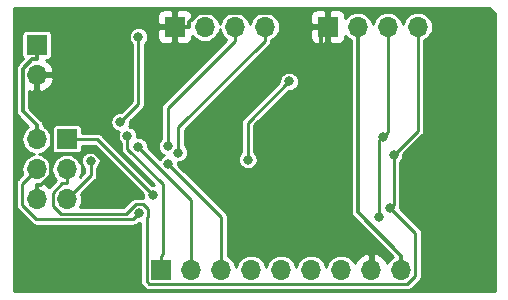
<source format=gbl>
G04 #@! TF.GenerationSoftware,KiCad,Pcbnew,(5.1.4)-1*
G04 #@! TF.CreationDate,2019-10-15T21:25:22-05:00*
G04 #@! TF.ProjectId,BACEE,42414345-452e-46b6-9963-61645f706362,1*
G04 #@! TF.SameCoordinates,Original*
G04 #@! TF.FileFunction,Copper,L2,Bot*
G04 #@! TF.FilePolarity,Positive*
%FSLAX46Y46*%
G04 Gerber Fmt 4.6, Leading zero omitted, Abs format (unit mm)*
G04 Created by KiCad (PCBNEW (5.1.4)-1) date 2019-10-15 21:25:22*
%MOMM*%
%LPD*%
G04 APERTURE LIST*
%ADD10R,1.700000X1.700000*%
%ADD11O,1.700000X1.700000*%
%ADD12C,1.000000*%
%ADD13C,0.800000*%
%ADD14C,0.300000*%
%ADD15C,0.250000*%
%ADD16C,0.254000*%
G04 APERTURE END LIST*
D10*
X73533000Y-77724000D03*
D11*
X73533000Y-80264000D03*
D10*
X84074000Y-96774000D03*
D11*
X86614000Y-96774000D03*
X89154000Y-96774000D03*
X91694000Y-96774000D03*
X94234000Y-96774000D03*
X96774000Y-96774000D03*
X99314000Y-96774000D03*
X101854000Y-96774000D03*
X104394000Y-96774000D03*
D10*
X85217000Y-76200000D03*
D11*
X87757000Y-76200000D03*
X90297000Y-76200000D03*
X92837000Y-76200000D03*
D10*
X76073000Y-85725000D03*
D11*
X73533000Y-85725000D03*
X76073000Y-88265000D03*
X73533000Y-88265000D03*
X76073000Y-90805000D03*
X73533000Y-90805000D03*
X105791000Y-76200000D03*
X103251000Y-76200000D03*
X100711000Y-76200000D03*
D10*
X98171000Y-76200000D03*
D12*
X79287300Y-87719800D03*
D13*
X103745700Y-87035200D03*
X103466100Y-91535700D03*
X81212300Y-85450300D03*
X82115300Y-86354000D03*
X84666500Y-87829800D03*
X84616800Y-86317000D03*
X85527400Y-86847500D03*
X83374000Y-90427100D03*
X82222000Y-91945600D03*
X78107900Y-87524000D03*
X82148800Y-77050000D03*
X80605000Y-84260200D03*
X102513100Y-92272700D03*
X102813500Y-85506300D03*
X94900100Y-80824800D03*
X91411000Y-87440300D03*
D14*
X104394000Y-96774000D02*
X104394000Y-95573700D01*
X100711000Y-76200000D02*
X100711000Y-91890700D01*
X100711000Y-91890700D02*
X104394000Y-95573700D01*
X73533000Y-77724000D02*
X73533000Y-78924300D01*
X73533000Y-85725000D02*
X73533000Y-84524700D01*
X73533000Y-84524700D02*
X72332700Y-83324400D01*
X72332700Y-83324400D02*
X72332700Y-79749400D01*
X72332700Y-79749400D02*
X73157800Y-78924300D01*
X73157800Y-78924300D02*
X73533000Y-78924300D01*
X101854000Y-96774000D02*
X101854000Y-95573700D01*
X97570900Y-76200000D02*
X97570900Y-91290600D01*
X97570900Y-91290600D02*
X101854000Y-95573700D01*
X97570900Y-76200000D02*
X96970700Y-76200000D01*
X98171000Y-76200000D02*
X97570900Y-76200000D01*
X79287300Y-87719800D02*
X79287300Y-87642300D01*
X79287300Y-87642300D02*
X78418700Y-86773700D01*
X78418700Y-86773700D02*
X77797200Y-86773700D01*
X77797200Y-86773700D02*
X77618900Y-86952000D01*
X77618900Y-86952000D02*
X74872800Y-86952000D01*
X96970700Y-76200000D02*
X95770400Y-74999700D01*
X95770400Y-74999700D02*
X87242400Y-74999700D01*
X87242400Y-74999700D02*
X86417300Y-75824800D01*
X86417300Y-75824800D02*
X86417300Y-76200000D01*
X85217000Y-76200000D02*
X86417300Y-76200000D01*
X74872600Y-82614600D02*
X81287200Y-76200000D01*
X81287200Y-76200000D02*
X84016700Y-76200000D01*
X74872800Y-86952000D02*
X74872600Y-86951800D01*
X74872600Y-86951800D02*
X74872600Y-82614600D01*
X74872600Y-82614600D02*
X74683300Y-82614600D01*
X74683300Y-82614600D02*
X73533000Y-81464300D01*
X85217000Y-76200000D02*
X84016700Y-76200000D01*
X73533000Y-80264000D02*
X73533000Y-81464300D01*
X74872800Y-86952000D02*
X74775200Y-87049600D01*
X74775200Y-87049600D02*
X74775200Y-88737600D01*
X74775200Y-88737600D02*
X73908100Y-89604700D01*
X73908100Y-89604700D02*
X73533000Y-89604700D01*
X73533000Y-90805000D02*
X73533000Y-89604700D01*
D15*
X76073000Y-89440300D02*
X75705600Y-89440300D01*
X75705600Y-89440300D02*
X74897700Y-90248200D01*
X74897700Y-90248200D02*
X74897700Y-91354100D01*
X74897700Y-91354100D02*
X75576400Y-92032800D01*
X75576400Y-92032800D02*
X81109100Y-92032800D01*
X81109100Y-92032800D02*
X81921600Y-91220300D01*
X81921600Y-91220300D02*
X82562200Y-91220300D01*
X82562200Y-91220300D02*
X82963900Y-91622000D01*
X82963900Y-91622000D02*
X82963900Y-92229600D01*
X82963900Y-92229600D02*
X82835000Y-92358500D01*
X82835000Y-92358500D02*
X82835000Y-97738900D01*
X82835000Y-97738900D02*
X83045500Y-97949400D01*
X83045500Y-97949400D02*
X104891700Y-97949400D01*
X104891700Y-97949400D02*
X105571700Y-97269400D01*
X105571700Y-97269400D02*
X105571700Y-93641300D01*
X105571700Y-93641300D02*
X103466100Y-91535700D01*
X103466100Y-91535700D02*
X103745700Y-91256100D01*
X103745700Y-91256100D02*
X103745700Y-87035200D01*
X103745700Y-87035200D02*
X105791000Y-84989900D01*
X105791000Y-84989900D02*
X105791000Y-76200000D01*
X76073000Y-88265000D02*
X76073000Y-89440300D01*
X84074000Y-96774000D02*
X84074000Y-95598700D01*
X81212300Y-85450300D02*
X81212300Y-86524500D01*
X81212300Y-86524500D02*
X84240700Y-89552900D01*
X84240700Y-89552900D02*
X84240700Y-95432000D01*
X84240700Y-95432000D02*
X84074000Y-95598700D01*
X82115300Y-86354000D02*
X86614000Y-90852700D01*
X86614000Y-90852700D02*
X86614000Y-95598700D01*
X86614000Y-96774000D02*
X86614000Y-95598700D01*
X89154000Y-96774000D02*
X89154000Y-92317300D01*
X89154000Y-92317300D02*
X84666500Y-87829800D01*
X90297000Y-77375300D02*
X84616800Y-83055500D01*
X84616800Y-83055500D02*
X84616800Y-86317000D01*
X90297000Y-76200000D02*
X90297000Y-77375300D01*
X92837000Y-76200000D02*
X92837000Y-77375300D01*
X85527400Y-86847500D02*
X85527400Y-84684900D01*
X85527400Y-84684900D02*
X92837000Y-77375300D01*
X83374000Y-90427100D02*
X78671900Y-85725000D01*
X78671900Y-85725000D02*
X76073000Y-85725000D01*
X73533000Y-88265000D02*
X72323100Y-89474900D01*
X72323100Y-89474900D02*
X72323100Y-91294100D01*
X72323100Y-91294100D02*
X73512200Y-92483200D01*
X73512200Y-92483200D02*
X81684400Y-92483200D01*
X81684400Y-92483200D02*
X82222000Y-91945600D01*
X82148800Y-77050000D02*
X82148800Y-82716400D01*
X82148800Y-82716400D02*
X80605000Y-84260200D01*
X78107900Y-87524000D02*
X78107900Y-88770100D01*
X78107900Y-88770100D02*
X76073000Y-90805000D01*
X102813500Y-85506300D02*
X102513100Y-85806700D01*
X102513100Y-85806700D02*
X102513100Y-92272700D01*
X103251000Y-76200000D02*
X103251000Y-85068800D01*
X103251000Y-85068800D02*
X102813500Y-85506300D01*
X91411000Y-87440300D02*
X91411000Y-84313900D01*
X91411000Y-84313900D02*
X94900100Y-80824800D01*
D16*
G36*
X112316001Y-75041811D02*
G01*
X112316000Y-98529497D01*
X112312921Y-98560896D01*
X112310337Y-98569454D01*
X112306144Y-98577341D01*
X112300494Y-98584268D01*
X112293609Y-98589964D01*
X112285747Y-98594215D01*
X112277206Y-98596859D01*
X112247322Y-98600000D01*
X71650503Y-98600000D01*
X71619104Y-98596921D01*
X71610546Y-98594337D01*
X71602659Y-98590144D01*
X71595732Y-98584494D01*
X71590036Y-98577609D01*
X71585785Y-98569747D01*
X71583141Y-98561206D01*
X71580000Y-98531322D01*
X71580000Y-79749400D01*
X71744870Y-79749400D01*
X71747701Y-79778143D01*
X71747700Y-83295667D01*
X71744870Y-83324400D01*
X71754798Y-83425200D01*
X71756165Y-83439079D01*
X71789616Y-83549352D01*
X71843937Y-83650980D01*
X71917041Y-83740059D01*
X71939369Y-83758383D01*
X72826547Y-84645561D01*
X72815638Y-84651392D01*
X72619972Y-84811972D01*
X72459392Y-85007638D01*
X72340071Y-85230873D01*
X72266593Y-85473096D01*
X72241783Y-85725000D01*
X72266593Y-85976904D01*
X72340071Y-86219127D01*
X72459392Y-86442362D01*
X72619972Y-86638028D01*
X72815638Y-86798608D01*
X73038873Y-86917929D01*
X73281096Y-86991407D01*
X73317577Y-86995000D01*
X73281096Y-86998593D01*
X73038873Y-87072071D01*
X72815638Y-87191392D01*
X72619972Y-87351972D01*
X72459392Y-87547638D01*
X72340071Y-87770873D01*
X72266593Y-88013096D01*
X72241783Y-88265000D01*
X72266593Y-88516904D01*
X72318389Y-88687652D01*
X71946569Y-89059472D01*
X71925205Y-89077005D01*
X71907672Y-89098369D01*
X71907671Y-89098370D01*
X71861192Y-89155005D01*
X71855225Y-89162276D01*
X71803225Y-89259562D01*
X71771203Y-89365122D01*
X71763100Y-89447395D01*
X71763100Y-89447404D01*
X71760392Y-89474900D01*
X71763100Y-89502396D01*
X71763101Y-91266595D01*
X71760392Y-91294100D01*
X71763101Y-91321606D01*
X71765663Y-91347616D01*
X71771204Y-91403879D01*
X71803226Y-91509439D01*
X71855225Y-91606724D01*
X71907671Y-91670630D01*
X71907678Y-91670637D01*
X71925206Y-91691995D01*
X71946564Y-91709523D01*
X73096777Y-92859737D01*
X73114305Y-92881095D01*
X73135663Y-92898623D01*
X73135669Y-92898629D01*
X73199575Y-92951075D01*
X73251575Y-92978869D01*
X73296861Y-93003075D01*
X73402421Y-93035097D01*
X73484694Y-93043200D01*
X73484706Y-93043200D01*
X73512199Y-93045908D01*
X73539692Y-93043200D01*
X81656904Y-93043200D01*
X81684400Y-93045908D01*
X81711896Y-93043200D01*
X81711906Y-93043200D01*
X81794179Y-93035097D01*
X81899739Y-93003075D01*
X81997024Y-92951075D01*
X82082295Y-92881095D01*
X82099827Y-92859732D01*
X82178959Y-92780600D01*
X82275000Y-92780600D01*
X82275001Y-97711394D01*
X82272292Y-97738900D01*
X82283104Y-97848679D01*
X82315126Y-97954239D01*
X82367125Y-98051524D01*
X82419571Y-98115430D01*
X82419578Y-98115437D01*
X82437106Y-98136795D01*
X82458464Y-98154323D01*
X82630072Y-98325931D01*
X82647605Y-98347295D01*
X82668969Y-98364828D01*
X82668970Y-98364829D01*
X82682147Y-98375643D01*
X82732876Y-98417275D01*
X82830161Y-98469275D01*
X82935721Y-98501297D01*
X83017994Y-98509400D01*
X83018004Y-98509400D01*
X83045500Y-98512108D01*
X83072996Y-98509400D01*
X104864204Y-98509400D01*
X104891700Y-98512108D01*
X104919196Y-98509400D01*
X104919206Y-98509400D01*
X105001479Y-98501297D01*
X105107039Y-98469275D01*
X105204324Y-98417275D01*
X105255053Y-98375643D01*
X105268230Y-98364829D01*
X105268231Y-98364828D01*
X105289595Y-98347295D01*
X105307128Y-98325932D01*
X105948237Y-97684823D01*
X105969595Y-97667295D01*
X105987123Y-97645937D01*
X105987129Y-97645931D01*
X106039575Y-97582025D01*
X106091574Y-97484740D01*
X106091575Y-97484739D01*
X106123597Y-97379179D01*
X106131700Y-97296906D01*
X106131700Y-97296894D01*
X106134408Y-97269401D01*
X106131700Y-97241908D01*
X106131700Y-93668795D01*
X106134408Y-93641299D01*
X106131700Y-93613803D01*
X106131700Y-93613794D01*
X106123597Y-93531521D01*
X106091575Y-93425961D01*
X106067369Y-93380675D01*
X106039575Y-93328675D01*
X105987129Y-93264769D01*
X105987123Y-93264763D01*
X105969595Y-93243405D01*
X105948237Y-93225877D01*
X104301100Y-91578741D01*
X104301100Y-91453460D01*
X104289191Y-91393590D01*
X104297597Y-91365879D01*
X104305700Y-91283606D01*
X104305700Y-91283597D01*
X104308408Y-91256101D01*
X104305700Y-91228605D01*
X104305700Y-87656068D01*
X104394287Y-87567481D01*
X104485667Y-87430721D01*
X104548611Y-87278760D01*
X104580700Y-87117440D01*
X104580700Y-86992159D01*
X106167537Y-85405323D01*
X106188895Y-85387795D01*
X106206423Y-85366437D01*
X106206429Y-85366431D01*
X106258875Y-85302525D01*
X106297173Y-85230873D01*
X106310875Y-85205239D01*
X106342897Y-85099679D01*
X106351000Y-85017406D01*
X106351000Y-85017396D01*
X106353708Y-84989900D01*
X106351000Y-84962404D01*
X106351000Y-77357719D01*
X106508362Y-77273608D01*
X106704028Y-77113028D01*
X106864608Y-76917362D01*
X106983929Y-76694127D01*
X107057407Y-76451904D01*
X107082217Y-76200000D01*
X107057407Y-75948096D01*
X106983929Y-75705873D01*
X106864608Y-75482638D01*
X106704028Y-75286972D01*
X106508362Y-75126392D01*
X106285127Y-75007071D01*
X106042904Y-74933593D01*
X105854123Y-74915000D01*
X105727877Y-74915000D01*
X105539096Y-74933593D01*
X105296873Y-75007071D01*
X105073638Y-75126392D01*
X104877972Y-75286972D01*
X104717392Y-75482638D01*
X104598071Y-75705873D01*
X104524593Y-75948096D01*
X104521000Y-75984577D01*
X104517407Y-75948096D01*
X104443929Y-75705873D01*
X104324608Y-75482638D01*
X104164028Y-75286972D01*
X103968362Y-75126392D01*
X103745127Y-75007071D01*
X103502904Y-74933593D01*
X103314123Y-74915000D01*
X103187877Y-74915000D01*
X102999096Y-74933593D01*
X102756873Y-75007071D01*
X102533638Y-75126392D01*
X102337972Y-75286972D01*
X102177392Y-75482638D01*
X102058071Y-75705873D01*
X101984593Y-75948096D01*
X101981000Y-75984577D01*
X101977407Y-75948096D01*
X101903929Y-75705873D01*
X101784608Y-75482638D01*
X101624028Y-75286972D01*
X101428362Y-75126392D01*
X101205127Y-75007071D01*
X100962904Y-74933593D01*
X100774123Y-74915000D01*
X100647877Y-74915000D01*
X100459096Y-74933593D01*
X100216873Y-75007071D01*
X99993638Y-75126392D01*
X99797972Y-75286972D01*
X99658490Y-75456930D01*
X99659072Y-75350000D01*
X99646812Y-75225518D01*
X99610502Y-75105820D01*
X99551537Y-74995506D01*
X99472185Y-74898815D01*
X99375494Y-74819463D01*
X99265180Y-74760498D01*
X99145482Y-74724188D01*
X99021000Y-74711928D01*
X98456750Y-74715000D01*
X98298000Y-74873750D01*
X98298000Y-76073000D01*
X98318000Y-76073000D01*
X98318000Y-76327000D01*
X98298000Y-76327000D01*
X98298000Y-77526250D01*
X98456750Y-77685000D01*
X99021000Y-77688072D01*
X99145482Y-77675812D01*
X99265180Y-77639502D01*
X99375494Y-77580537D01*
X99472185Y-77501185D01*
X99551537Y-77404494D01*
X99610502Y-77294180D01*
X99646812Y-77174482D01*
X99659072Y-77050000D01*
X99658490Y-76943070D01*
X99797972Y-77113028D01*
X99993638Y-77273608D01*
X100126000Y-77344357D01*
X100126001Y-91861957D01*
X100123170Y-91890700D01*
X100134465Y-92005379D01*
X100167916Y-92115652D01*
X100167917Y-92115653D01*
X100222238Y-92217281D01*
X100295342Y-92306359D01*
X100317664Y-92324678D01*
X103687546Y-95694561D01*
X103676638Y-95700392D01*
X103480972Y-95860972D01*
X103320392Y-96056638D01*
X103228558Y-96228449D01*
X103198157Y-96142748D01*
X103049178Y-95892645D01*
X102854269Y-95676412D01*
X102620920Y-95502359D01*
X102358099Y-95377175D01*
X102210890Y-95332524D01*
X101981000Y-95453845D01*
X101981000Y-96647000D01*
X102001000Y-96647000D01*
X102001000Y-96901000D01*
X101981000Y-96901000D01*
X101981000Y-96921000D01*
X101727000Y-96921000D01*
X101727000Y-96901000D01*
X101707000Y-96901000D01*
X101707000Y-96647000D01*
X101727000Y-96647000D01*
X101727000Y-95453845D01*
X101497110Y-95332524D01*
X101349901Y-95377175D01*
X101087080Y-95502359D01*
X100853731Y-95676412D01*
X100658822Y-95892645D01*
X100509843Y-96142748D01*
X100479442Y-96228449D01*
X100387608Y-96056638D01*
X100227028Y-95860972D01*
X100031362Y-95700392D01*
X99808127Y-95581071D01*
X99565904Y-95507593D01*
X99377123Y-95489000D01*
X99250877Y-95489000D01*
X99062096Y-95507593D01*
X98819873Y-95581071D01*
X98596638Y-95700392D01*
X98400972Y-95860972D01*
X98240392Y-96056638D01*
X98121071Y-96279873D01*
X98047593Y-96522096D01*
X98044000Y-96558577D01*
X98040407Y-96522096D01*
X97966929Y-96279873D01*
X97847608Y-96056638D01*
X97687028Y-95860972D01*
X97491362Y-95700392D01*
X97268127Y-95581071D01*
X97025904Y-95507593D01*
X96837123Y-95489000D01*
X96710877Y-95489000D01*
X96522096Y-95507593D01*
X96279873Y-95581071D01*
X96056638Y-95700392D01*
X95860972Y-95860972D01*
X95700392Y-96056638D01*
X95581071Y-96279873D01*
X95507593Y-96522096D01*
X95504000Y-96558577D01*
X95500407Y-96522096D01*
X95426929Y-96279873D01*
X95307608Y-96056638D01*
X95147028Y-95860972D01*
X94951362Y-95700392D01*
X94728127Y-95581071D01*
X94485904Y-95507593D01*
X94297123Y-95489000D01*
X94170877Y-95489000D01*
X93982096Y-95507593D01*
X93739873Y-95581071D01*
X93516638Y-95700392D01*
X93320972Y-95860972D01*
X93160392Y-96056638D01*
X93041071Y-96279873D01*
X92967593Y-96522096D01*
X92964000Y-96558577D01*
X92960407Y-96522096D01*
X92886929Y-96279873D01*
X92767608Y-96056638D01*
X92607028Y-95860972D01*
X92411362Y-95700392D01*
X92188127Y-95581071D01*
X91945904Y-95507593D01*
X91757123Y-95489000D01*
X91630877Y-95489000D01*
X91442096Y-95507593D01*
X91199873Y-95581071D01*
X90976638Y-95700392D01*
X90780972Y-95860972D01*
X90620392Y-96056638D01*
X90501071Y-96279873D01*
X90427593Y-96522096D01*
X90424000Y-96558577D01*
X90420407Y-96522096D01*
X90346929Y-96279873D01*
X90227608Y-96056638D01*
X90067028Y-95860972D01*
X89871362Y-95700392D01*
X89714000Y-95616281D01*
X89714000Y-92344792D01*
X89716708Y-92317299D01*
X89714000Y-92289806D01*
X89714000Y-92289794D01*
X89705897Y-92207521D01*
X89673875Y-92101961D01*
X89636908Y-92032800D01*
X89621875Y-92004675D01*
X89569429Y-91940769D01*
X89569423Y-91940763D01*
X89551895Y-91919405D01*
X89530537Y-91901877D01*
X85501500Y-87872841D01*
X85501500Y-87747560D01*
X85488559Y-87682500D01*
X85609640Y-87682500D01*
X85770960Y-87650411D01*
X85922921Y-87587467D01*
X86059681Y-87496087D01*
X86175987Y-87379781D01*
X86190500Y-87358060D01*
X90576000Y-87358060D01*
X90576000Y-87522540D01*
X90608089Y-87683860D01*
X90671033Y-87835821D01*
X90762413Y-87972581D01*
X90878719Y-88088887D01*
X91015479Y-88180267D01*
X91167440Y-88243211D01*
X91328760Y-88275300D01*
X91493240Y-88275300D01*
X91654560Y-88243211D01*
X91806521Y-88180267D01*
X91943281Y-88088887D01*
X92059587Y-87972581D01*
X92150967Y-87835821D01*
X92213911Y-87683860D01*
X92246000Y-87522540D01*
X92246000Y-87358060D01*
X92213911Y-87196740D01*
X92150967Y-87044779D01*
X92059587Y-86908019D01*
X91971000Y-86819432D01*
X91971000Y-84545859D01*
X94857059Y-81659800D01*
X94982340Y-81659800D01*
X95143660Y-81627711D01*
X95295621Y-81564767D01*
X95432381Y-81473387D01*
X95548687Y-81357081D01*
X95640067Y-81220321D01*
X95703011Y-81068360D01*
X95735100Y-80907040D01*
X95735100Y-80742560D01*
X95703011Y-80581240D01*
X95640067Y-80429279D01*
X95548687Y-80292519D01*
X95432381Y-80176213D01*
X95295621Y-80084833D01*
X95143660Y-80021889D01*
X94982340Y-79989800D01*
X94817860Y-79989800D01*
X94656540Y-80021889D01*
X94504579Y-80084833D01*
X94367819Y-80176213D01*
X94251513Y-80292519D01*
X94160133Y-80429279D01*
X94097189Y-80581240D01*
X94065100Y-80742560D01*
X94065100Y-80867841D01*
X91034464Y-83898477D01*
X91013106Y-83916005D01*
X90995578Y-83937363D01*
X90995571Y-83937370D01*
X90943125Y-84001276D01*
X90891126Y-84098561D01*
X90859104Y-84204121D01*
X90848292Y-84313900D01*
X90851001Y-84341405D01*
X90851000Y-86819432D01*
X90762413Y-86908019D01*
X90671033Y-87044779D01*
X90608089Y-87196740D01*
X90576000Y-87358060D01*
X86190500Y-87358060D01*
X86267367Y-87243021D01*
X86330311Y-87091060D01*
X86362400Y-86929740D01*
X86362400Y-86765260D01*
X86330311Y-86603940D01*
X86267367Y-86451979D01*
X86175987Y-86315219D01*
X86087400Y-86226632D01*
X86087400Y-84916859D01*
X93213537Y-77790723D01*
X93234895Y-77773195D01*
X93252423Y-77751837D01*
X93252429Y-77751831D01*
X93304875Y-77687925D01*
X93356874Y-77590640D01*
X93356875Y-77590639D01*
X93388897Y-77485079D01*
X93397000Y-77402806D01*
X93397000Y-77402794D01*
X93399708Y-77375301D01*
X93397927Y-77357224D01*
X93554362Y-77273608D01*
X93750028Y-77113028D01*
X93801754Y-77050000D01*
X96682928Y-77050000D01*
X96695188Y-77174482D01*
X96731498Y-77294180D01*
X96790463Y-77404494D01*
X96869815Y-77501185D01*
X96966506Y-77580537D01*
X97076820Y-77639502D01*
X97196518Y-77675812D01*
X97321000Y-77688072D01*
X97885250Y-77685000D01*
X98044000Y-77526250D01*
X98044000Y-76327000D01*
X96844750Y-76327000D01*
X96686000Y-76485750D01*
X96682928Y-77050000D01*
X93801754Y-77050000D01*
X93910608Y-76917362D01*
X94029929Y-76694127D01*
X94103407Y-76451904D01*
X94128217Y-76200000D01*
X94103407Y-75948096D01*
X94029929Y-75705873D01*
X93910608Y-75482638D01*
X93801755Y-75350000D01*
X96682928Y-75350000D01*
X96686000Y-75914250D01*
X96844750Y-76073000D01*
X98044000Y-76073000D01*
X98044000Y-74873750D01*
X97885250Y-74715000D01*
X97321000Y-74711928D01*
X97196518Y-74724188D01*
X97076820Y-74760498D01*
X96966506Y-74819463D01*
X96869815Y-74898815D01*
X96790463Y-74995506D01*
X96731498Y-75105820D01*
X96695188Y-75225518D01*
X96682928Y-75350000D01*
X93801755Y-75350000D01*
X93750028Y-75286972D01*
X93554362Y-75126392D01*
X93331127Y-75007071D01*
X93088904Y-74933593D01*
X92900123Y-74915000D01*
X92773877Y-74915000D01*
X92585096Y-74933593D01*
X92342873Y-75007071D01*
X92119638Y-75126392D01*
X91923972Y-75286972D01*
X91763392Y-75482638D01*
X91644071Y-75705873D01*
X91570593Y-75948096D01*
X91567000Y-75984577D01*
X91563407Y-75948096D01*
X91489929Y-75705873D01*
X91370608Y-75482638D01*
X91210028Y-75286972D01*
X91014362Y-75126392D01*
X90791127Y-75007071D01*
X90548904Y-74933593D01*
X90360123Y-74915000D01*
X90233877Y-74915000D01*
X90045096Y-74933593D01*
X89802873Y-75007071D01*
X89579638Y-75126392D01*
X89383972Y-75286972D01*
X89223392Y-75482638D01*
X89104071Y-75705873D01*
X89030593Y-75948096D01*
X89027000Y-75984577D01*
X89023407Y-75948096D01*
X88949929Y-75705873D01*
X88830608Y-75482638D01*
X88670028Y-75286972D01*
X88474362Y-75126392D01*
X88251127Y-75007071D01*
X88008904Y-74933593D01*
X87820123Y-74915000D01*
X87693877Y-74915000D01*
X87505096Y-74933593D01*
X87262873Y-75007071D01*
X87039638Y-75126392D01*
X86843972Y-75286972D01*
X86704490Y-75456930D01*
X86705072Y-75350000D01*
X86692812Y-75225518D01*
X86656502Y-75105820D01*
X86597537Y-74995506D01*
X86518185Y-74898815D01*
X86421494Y-74819463D01*
X86311180Y-74760498D01*
X86191482Y-74724188D01*
X86067000Y-74711928D01*
X85502750Y-74715000D01*
X85344000Y-74873750D01*
X85344000Y-76073000D01*
X85364000Y-76073000D01*
X85364000Y-76327000D01*
X85344000Y-76327000D01*
X85344000Y-77526250D01*
X85502750Y-77685000D01*
X86067000Y-77688072D01*
X86191482Y-77675812D01*
X86311180Y-77639502D01*
X86421494Y-77580537D01*
X86518185Y-77501185D01*
X86597537Y-77404494D01*
X86656502Y-77294180D01*
X86692812Y-77174482D01*
X86705072Y-77050000D01*
X86704490Y-76943070D01*
X86843972Y-77113028D01*
X87039638Y-77273608D01*
X87262873Y-77392929D01*
X87505096Y-77466407D01*
X87693877Y-77485000D01*
X87820123Y-77485000D01*
X88008904Y-77466407D01*
X88251127Y-77392929D01*
X88474362Y-77273608D01*
X88670028Y-77113028D01*
X88830608Y-76917362D01*
X88949929Y-76694127D01*
X89023407Y-76451904D01*
X89027000Y-76415423D01*
X89030593Y-76451904D01*
X89104071Y-76694127D01*
X89223392Y-76917362D01*
X89383972Y-77113028D01*
X89579638Y-77273608D01*
X89597295Y-77283046D01*
X84240269Y-82640072D01*
X84218905Y-82657605D01*
X84148925Y-82742876D01*
X84096925Y-82840162D01*
X84064903Y-82945722D01*
X84056800Y-83027995D01*
X84056800Y-83028004D01*
X84054092Y-83055500D01*
X84056800Y-83082996D01*
X84056801Y-85696131D01*
X83968213Y-85784719D01*
X83876833Y-85921479D01*
X83813889Y-86073440D01*
X83781800Y-86234760D01*
X83781800Y-86399240D01*
X83813889Y-86560560D01*
X83876833Y-86712521D01*
X83968213Y-86849281D01*
X84084519Y-86965587D01*
X84221279Y-87056967D01*
X84285802Y-87083693D01*
X84270979Y-87089833D01*
X84134219Y-87181213D01*
X84017913Y-87297519D01*
X83950968Y-87397709D01*
X82950300Y-86397041D01*
X82950300Y-86271760D01*
X82918211Y-86110440D01*
X82855267Y-85958479D01*
X82763887Y-85821719D01*
X82647581Y-85705413D01*
X82510821Y-85614033D01*
X82358860Y-85551089D01*
X82197540Y-85519000D01*
X82047300Y-85519000D01*
X82047300Y-85368060D01*
X82015211Y-85206740D01*
X81952267Y-85054779D01*
X81860887Y-84918019D01*
X81744581Y-84801713D01*
X81607821Y-84710333D01*
X81455860Y-84647389D01*
X81356597Y-84627644D01*
X81407911Y-84503760D01*
X81440000Y-84342440D01*
X81440000Y-84217159D01*
X82525337Y-83131823D01*
X82546695Y-83114295D01*
X82564223Y-83092937D01*
X82564229Y-83092931D01*
X82616675Y-83029025D01*
X82668674Y-82931740D01*
X82668675Y-82931739D01*
X82700697Y-82826179D01*
X82708800Y-82743906D01*
X82708800Y-82743896D01*
X82711508Y-82716400D01*
X82708800Y-82688904D01*
X82708800Y-77670868D01*
X82797387Y-77582281D01*
X82888767Y-77445521D01*
X82951711Y-77293560D01*
X82983800Y-77132240D01*
X82983800Y-77050000D01*
X83728928Y-77050000D01*
X83741188Y-77174482D01*
X83777498Y-77294180D01*
X83836463Y-77404494D01*
X83915815Y-77501185D01*
X84012506Y-77580537D01*
X84122820Y-77639502D01*
X84242518Y-77675812D01*
X84367000Y-77688072D01*
X84931250Y-77685000D01*
X85090000Y-77526250D01*
X85090000Y-76327000D01*
X83890750Y-76327000D01*
X83732000Y-76485750D01*
X83728928Y-77050000D01*
X82983800Y-77050000D01*
X82983800Y-76967760D01*
X82951711Y-76806440D01*
X82888767Y-76654479D01*
X82797387Y-76517719D01*
X82681081Y-76401413D01*
X82544321Y-76310033D01*
X82392360Y-76247089D01*
X82231040Y-76215000D01*
X82066560Y-76215000D01*
X81905240Y-76247089D01*
X81753279Y-76310033D01*
X81616519Y-76401413D01*
X81500213Y-76517719D01*
X81408833Y-76654479D01*
X81345889Y-76806440D01*
X81313800Y-76967760D01*
X81313800Y-77132240D01*
X81345889Y-77293560D01*
X81408833Y-77445521D01*
X81500213Y-77582281D01*
X81588800Y-77670868D01*
X81588801Y-82484439D01*
X80648041Y-83425200D01*
X80522760Y-83425200D01*
X80361440Y-83457289D01*
X80209479Y-83520233D01*
X80072719Y-83611613D01*
X79956413Y-83727919D01*
X79865033Y-83864679D01*
X79802089Y-84016640D01*
X79770000Y-84177960D01*
X79770000Y-84342440D01*
X79802089Y-84503760D01*
X79865033Y-84655721D01*
X79956413Y-84792481D01*
X80072719Y-84908787D01*
X80209479Y-85000167D01*
X80361440Y-85063111D01*
X80460703Y-85082856D01*
X80409389Y-85206740D01*
X80377300Y-85368060D01*
X80377300Y-85532540D01*
X80409389Y-85693860D01*
X80472333Y-85845821D01*
X80563713Y-85982581D01*
X80652301Y-86071169D01*
X80652301Y-86496995D01*
X80649592Y-86524500D01*
X80652301Y-86552006D01*
X80653810Y-86567325D01*
X80660404Y-86634279D01*
X80692426Y-86739839D01*
X80744425Y-86837124D01*
X80796871Y-86901030D01*
X80796878Y-86901037D01*
X80814406Y-86922395D01*
X80835764Y-86939923D01*
X83495811Y-89599971D01*
X83456240Y-89592100D01*
X83330959Y-89592100D01*
X79087328Y-85348469D01*
X79069795Y-85327105D01*
X79025754Y-85290961D01*
X78984524Y-85257125D01*
X78959952Y-85243991D01*
X78887239Y-85205125D01*
X78781679Y-85173103D01*
X78699406Y-85165000D01*
X78699396Y-85165000D01*
X78671900Y-85162292D01*
X78644404Y-85165000D01*
X77360104Y-85165000D01*
X77360104Y-84875000D01*
X77351705Y-84789725D01*
X77326831Y-84707728D01*
X77286439Y-84632158D01*
X77232079Y-84565921D01*
X77165842Y-84511561D01*
X77090272Y-84471169D01*
X77008275Y-84446295D01*
X76923000Y-84437896D01*
X75223000Y-84437896D01*
X75137725Y-84446295D01*
X75055728Y-84471169D01*
X74980158Y-84511561D01*
X74913921Y-84565921D01*
X74859561Y-84632158D01*
X74819169Y-84707728D01*
X74794295Y-84789725D01*
X74785896Y-84875000D01*
X74785896Y-85428556D01*
X74725929Y-85230873D01*
X74606608Y-85007638D01*
X74446028Y-84811972D01*
X74250362Y-84651392D01*
X74118000Y-84580643D01*
X74118000Y-84553433D01*
X74120830Y-84524700D01*
X74109535Y-84410020D01*
X74076084Y-84299747D01*
X74021763Y-84198119D01*
X74005219Y-84177960D01*
X73948659Y-84109041D01*
X73926336Y-84090721D01*
X72917700Y-83082086D01*
X72917700Y-81613816D01*
X73176109Y-81705481D01*
X73406000Y-81584814D01*
X73406000Y-80391000D01*
X73660000Y-80391000D01*
X73660000Y-81584814D01*
X73889891Y-81705481D01*
X74164252Y-81608157D01*
X74414355Y-81459178D01*
X74630588Y-81264269D01*
X74804641Y-81030920D01*
X74929825Y-80768099D01*
X74974476Y-80620890D01*
X74853155Y-80391000D01*
X73660000Y-80391000D01*
X73406000Y-80391000D01*
X73386000Y-80391000D01*
X73386000Y-80137000D01*
X73406000Y-80137000D01*
X73406000Y-80117000D01*
X73660000Y-80117000D01*
X73660000Y-80137000D01*
X74853155Y-80137000D01*
X74974476Y-79907110D01*
X74929825Y-79759901D01*
X74804641Y-79497080D01*
X74630588Y-79263731D01*
X74414355Y-79068822D01*
X74317459Y-79011104D01*
X74383000Y-79011104D01*
X74468275Y-79002705D01*
X74550272Y-78977831D01*
X74625842Y-78937439D01*
X74692079Y-78883079D01*
X74746439Y-78816842D01*
X74786831Y-78741272D01*
X74811705Y-78659275D01*
X74820104Y-78574000D01*
X74820104Y-76874000D01*
X74811705Y-76788725D01*
X74786831Y-76706728D01*
X74746439Y-76631158D01*
X74692079Y-76564921D01*
X74625842Y-76510561D01*
X74550272Y-76470169D01*
X74468275Y-76445295D01*
X74383000Y-76436896D01*
X72683000Y-76436896D01*
X72597725Y-76445295D01*
X72515728Y-76470169D01*
X72440158Y-76510561D01*
X72373921Y-76564921D01*
X72319561Y-76631158D01*
X72279169Y-76706728D01*
X72254295Y-76788725D01*
X72245896Y-76874000D01*
X72245896Y-78574000D01*
X72254295Y-78659275D01*
X72279169Y-78741272D01*
X72319561Y-78816842D01*
X72372923Y-78881863D01*
X71939364Y-79315422D01*
X71917042Y-79333741D01*
X71843938Y-79422819D01*
X71820118Y-79467384D01*
X71789616Y-79524448D01*
X71756165Y-79634721D01*
X71744870Y-79749400D01*
X71580000Y-79749400D01*
X71580000Y-75350000D01*
X83728928Y-75350000D01*
X83732000Y-75914250D01*
X83890750Y-76073000D01*
X85090000Y-76073000D01*
X85090000Y-74873750D01*
X84931250Y-74715000D01*
X84367000Y-74711928D01*
X84242518Y-74724188D01*
X84122820Y-74760498D01*
X84012506Y-74819463D01*
X83915815Y-74898815D01*
X83836463Y-74995506D01*
X83777498Y-75105820D01*
X83741188Y-75225518D01*
X83728928Y-75350000D01*
X71580000Y-75350000D01*
X71580000Y-74698501D01*
X71580726Y-74691094D01*
X71633873Y-74629556D01*
X71648678Y-74628000D01*
X111820905Y-74628000D01*
X112316001Y-75041811D01*
X112316001Y-75041811D01*
G37*
X112316001Y-75041811D02*
X112316000Y-98529497D01*
X112312921Y-98560896D01*
X112310337Y-98569454D01*
X112306144Y-98577341D01*
X112300494Y-98584268D01*
X112293609Y-98589964D01*
X112285747Y-98594215D01*
X112277206Y-98596859D01*
X112247322Y-98600000D01*
X71650503Y-98600000D01*
X71619104Y-98596921D01*
X71610546Y-98594337D01*
X71602659Y-98590144D01*
X71595732Y-98584494D01*
X71590036Y-98577609D01*
X71585785Y-98569747D01*
X71583141Y-98561206D01*
X71580000Y-98531322D01*
X71580000Y-79749400D01*
X71744870Y-79749400D01*
X71747701Y-79778143D01*
X71747700Y-83295667D01*
X71744870Y-83324400D01*
X71754798Y-83425200D01*
X71756165Y-83439079D01*
X71789616Y-83549352D01*
X71843937Y-83650980D01*
X71917041Y-83740059D01*
X71939369Y-83758383D01*
X72826547Y-84645561D01*
X72815638Y-84651392D01*
X72619972Y-84811972D01*
X72459392Y-85007638D01*
X72340071Y-85230873D01*
X72266593Y-85473096D01*
X72241783Y-85725000D01*
X72266593Y-85976904D01*
X72340071Y-86219127D01*
X72459392Y-86442362D01*
X72619972Y-86638028D01*
X72815638Y-86798608D01*
X73038873Y-86917929D01*
X73281096Y-86991407D01*
X73317577Y-86995000D01*
X73281096Y-86998593D01*
X73038873Y-87072071D01*
X72815638Y-87191392D01*
X72619972Y-87351972D01*
X72459392Y-87547638D01*
X72340071Y-87770873D01*
X72266593Y-88013096D01*
X72241783Y-88265000D01*
X72266593Y-88516904D01*
X72318389Y-88687652D01*
X71946569Y-89059472D01*
X71925205Y-89077005D01*
X71907672Y-89098369D01*
X71907671Y-89098370D01*
X71861192Y-89155005D01*
X71855225Y-89162276D01*
X71803225Y-89259562D01*
X71771203Y-89365122D01*
X71763100Y-89447395D01*
X71763100Y-89447404D01*
X71760392Y-89474900D01*
X71763100Y-89502396D01*
X71763101Y-91266595D01*
X71760392Y-91294100D01*
X71763101Y-91321606D01*
X71765663Y-91347616D01*
X71771204Y-91403879D01*
X71803226Y-91509439D01*
X71855225Y-91606724D01*
X71907671Y-91670630D01*
X71907678Y-91670637D01*
X71925206Y-91691995D01*
X71946564Y-91709523D01*
X73096777Y-92859737D01*
X73114305Y-92881095D01*
X73135663Y-92898623D01*
X73135669Y-92898629D01*
X73199575Y-92951075D01*
X73251575Y-92978869D01*
X73296861Y-93003075D01*
X73402421Y-93035097D01*
X73484694Y-93043200D01*
X73484706Y-93043200D01*
X73512199Y-93045908D01*
X73539692Y-93043200D01*
X81656904Y-93043200D01*
X81684400Y-93045908D01*
X81711896Y-93043200D01*
X81711906Y-93043200D01*
X81794179Y-93035097D01*
X81899739Y-93003075D01*
X81997024Y-92951075D01*
X82082295Y-92881095D01*
X82099827Y-92859732D01*
X82178959Y-92780600D01*
X82275000Y-92780600D01*
X82275001Y-97711394D01*
X82272292Y-97738900D01*
X82283104Y-97848679D01*
X82315126Y-97954239D01*
X82367125Y-98051524D01*
X82419571Y-98115430D01*
X82419578Y-98115437D01*
X82437106Y-98136795D01*
X82458464Y-98154323D01*
X82630072Y-98325931D01*
X82647605Y-98347295D01*
X82668969Y-98364828D01*
X82668970Y-98364829D01*
X82682147Y-98375643D01*
X82732876Y-98417275D01*
X82830161Y-98469275D01*
X82935721Y-98501297D01*
X83017994Y-98509400D01*
X83018004Y-98509400D01*
X83045500Y-98512108D01*
X83072996Y-98509400D01*
X104864204Y-98509400D01*
X104891700Y-98512108D01*
X104919196Y-98509400D01*
X104919206Y-98509400D01*
X105001479Y-98501297D01*
X105107039Y-98469275D01*
X105204324Y-98417275D01*
X105255053Y-98375643D01*
X105268230Y-98364829D01*
X105268231Y-98364828D01*
X105289595Y-98347295D01*
X105307128Y-98325932D01*
X105948237Y-97684823D01*
X105969595Y-97667295D01*
X105987123Y-97645937D01*
X105987129Y-97645931D01*
X106039575Y-97582025D01*
X106091574Y-97484740D01*
X106091575Y-97484739D01*
X106123597Y-97379179D01*
X106131700Y-97296906D01*
X106131700Y-97296894D01*
X106134408Y-97269401D01*
X106131700Y-97241908D01*
X106131700Y-93668795D01*
X106134408Y-93641299D01*
X106131700Y-93613803D01*
X106131700Y-93613794D01*
X106123597Y-93531521D01*
X106091575Y-93425961D01*
X106067369Y-93380675D01*
X106039575Y-93328675D01*
X105987129Y-93264769D01*
X105987123Y-93264763D01*
X105969595Y-93243405D01*
X105948237Y-93225877D01*
X104301100Y-91578741D01*
X104301100Y-91453460D01*
X104289191Y-91393590D01*
X104297597Y-91365879D01*
X104305700Y-91283606D01*
X104305700Y-91283597D01*
X104308408Y-91256101D01*
X104305700Y-91228605D01*
X104305700Y-87656068D01*
X104394287Y-87567481D01*
X104485667Y-87430721D01*
X104548611Y-87278760D01*
X104580700Y-87117440D01*
X104580700Y-86992159D01*
X106167537Y-85405323D01*
X106188895Y-85387795D01*
X106206423Y-85366437D01*
X106206429Y-85366431D01*
X106258875Y-85302525D01*
X106297173Y-85230873D01*
X106310875Y-85205239D01*
X106342897Y-85099679D01*
X106351000Y-85017406D01*
X106351000Y-85017396D01*
X106353708Y-84989900D01*
X106351000Y-84962404D01*
X106351000Y-77357719D01*
X106508362Y-77273608D01*
X106704028Y-77113028D01*
X106864608Y-76917362D01*
X106983929Y-76694127D01*
X107057407Y-76451904D01*
X107082217Y-76200000D01*
X107057407Y-75948096D01*
X106983929Y-75705873D01*
X106864608Y-75482638D01*
X106704028Y-75286972D01*
X106508362Y-75126392D01*
X106285127Y-75007071D01*
X106042904Y-74933593D01*
X105854123Y-74915000D01*
X105727877Y-74915000D01*
X105539096Y-74933593D01*
X105296873Y-75007071D01*
X105073638Y-75126392D01*
X104877972Y-75286972D01*
X104717392Y-75482638D01*
X104598071Y-75705873D01*
X104524593Y-75948096D01*
X104521000Y-75984577D01*
X104517407Y-75948096D01*
X104443929Y-75705873D01*
X104324608Y-75482638D01*
X104164028Y-75286972D01*
X103968362Y-75126392D01*
X103745127Y-75007071D01*
X103502904Y-74933593D01*
X103314123Y-74915000D01*
X103187877Y-74915000D01*
X102999096Y-74933593D01*
X102756873Y-75007071D01*
X102533638Y-75126392D01*
X102337972Y-75286972D01*
X102177392Y-75482638D01*
X102058071Y-75705873D01*
X101984593Y-75948096D01*
X101981000Y-75984577D01*
X101977407Y-75948096D01*
X101903929Y-75705873D01*
X101784608Y-75482638D01*
X101624028Y-75286972D01*
X101428362Y-75126392D01*
X101205127Y-75007071D01*
X100962904Y-74933593D01*
X100774123Y-74915000D01*
X100647877Y-74915000D01*
X100459096Y-74933593D01*
X100216873Y-75007071D01*
X99993638Y-75126392D01*
X99797972Y-75286972D01*
X99658490Y-75456930D01*
X99659072Y-75350000D01*
X99646812Y-75225518D01*
X99610502Y-75105820D01*
X99551537Y-74995506D01*
X99472185Y-74898815D01*
X99375494Y-74819463D01*
X99265180Y-74760498D01*
X99145482Y-74724188D01*
X99021000Y-74711928D01*
X98456750Y-74715000D01*
X98298000Y-74873750D01*
X98298000Y-76073000D01*
X98318000Y-76073000D01*
X98318000Y-76327000D01*
X98298000Y-76327000D01*
X98298000Y-77526250D01*
X98456750Y-77685000D01*
X99021000Y-77688072D01*
X99145482Y-77675812D01*
X99265180Y-77639502D01*
X99375494Y-77580537D01*
X99472185Y-77501185D01*
X99551537Y-77404494D01*
X99610502Y-77294180D01*
X99646812Y-77174482D01*
X99659072Y-77050000D01*
X99658490Y-76943070D01*
X99797972Y-77113028D01*
X99993638Y-77273608D01*
X100126000Y-77344357D01*
X100126001Y-91861957D01*
X100123170Y-91890700D01*
X100134465Y-92005379D01*
X100167916Y-92115652D01*
X100167917Y-92115653D01*
X100222238Y-92217281D01*
X100295342Y-92306359D01*
X100317664Y-92324678D01*
X103687546Y-95694561D01*
X103676638Y-95700392D01*
X103480972Y-95860972D01*
X103320392Y-96056638D01*
X103228558Y-96228449D01*
X103198157Y-96142748D01*
X103049178Y-95892645D01*
X102854269Y-95676412D01*
X102620920Y-95502359D01*
X102358099Y-95377175D01*
X102210890Y-95332524D01*
X101981000Y-95453845D01*
X101981000Y-96647000D01*
X102001000Y-96647000D01*
X102001000Y-96901000D01*
X101981000Y-96901000D01*
X101981000Y-96921000D01*
X101727000Y-96921000D01*
X101727000Y-96901000D01*
X101707000Y-96901000D01*
X101707000Y-96647000D01*
X101727000Y-96647000D01*
X101727000Y-95453845D01*
X101497110Y-95332524D01*
X101349901Y-95377175D01*
X101087080Y-95502359D01*
X100853731Y-95676412D01*
X100658822Y-95892645D01*
X100509843Y-96142748D01*
X100479442Y-96228449D01*
X100387608Y-96056638D01*
X100227028Y-95860972D01*
X100031362Y-95700392D01*
X99808127Y-95581071D01*
X99565904Y-95507593D01*
X99377123Y-95489000D01*
X99250877Y-95489000D01*
X99062096Y-95507593D01*
X98819873Y-95581071D01*
X98596638Y-95700392D01*
X98400972Y-95860972D01*
X98240392Y-96056638D01*
X98121071Y-96279873D01*
X98047593Y-96522096D01*
X98044000Y-96558577D01*
X98040407Y-96522096D01*
X97966929Y-96279873D01*
X97847608Y-96056638D01*
X97687028Y-95860972D01*
X97491362Y-95700392D01*
X97268127Y-95581071D01*
X97025904Y-95507593D01*
X96837123Y-95489000D01*
X96710877Y-95489000D01*
X96522096Y-95507593D01*
X96279873Y-95581071D01*
X96056638Y-95700392D01*
X95860972Y-95860972D01*
X95700392Y-96056638D01*
X95581071Y-96279873D01*
X95507593Y-96522096D01*
X95504000Y-96558577D01*
X95500407Y-96522096D01*
X95426929Y-96279873D01*
X95307608Y-96056638D01*
X95147028Y-95860972D01*
X94951362Y-95700392D01*
X94728127Y-95581071D01*
X94485904Y-95507593D01*
X94297123Y-95489000D01*
X94170877Y-95489000D01*
X93982096Y-95507593D01*
X93739873Y-95581071D01*
X93516638Y-95700392D01*
X93320972Y-95860972D01*
X93160392Y-96056638D01*
X93041071Y-96279873D01*
X92967593Y-96522096D01*
X92964000Y-96558577D01*
X92960407Y-96522096D01*
X92886929Y-96279873D01*
X92767608Y-96056638D01*
X92607028Y-95860972D01*
X92411362Y-95700392D01*
X92188127Y-95581071D01*
X91945904Y-95507593D01*
X91757123Y-95489000D01*
X91630877Y-95489000D01*
X91442096Y-95507593D01*
X91199873Y-95581071D01*
X90976638Y-95700392D01*
X90780972Y-95860972D01*
X90620392Y-96056638D01*
X90501071Y-96279873D01*
X90427593Y-96522096D01*
X90424000Y-96558577D01*
X90420407Y-96522096D01*
X90346929Y-96279873D01*
X90227608Y-96056638D01*
X90067028Y-95860972D01*
X89871362Y-95700392D01*
X89714000Y-95616281D01*
X89714000Y-92344792D01*
X89716708Y-92317299D01*
X89714000Y-92289806D01*
X89714000Y-92289794D01*
X89705897Y-92207521D01*
X89673875Y-92101961D01*
X89636908Y-92032800D01*
X89621875Y-92004675D01*
X89569429Y-91940769D01*
X89569423Y-91940763D01*
X89551895Y-91919405D01*
X89530537Y-91901877D01*
X85501500Y-87872841D01*
X85501500Y-87747560D01*
X85488559Y-87682500D01*
X85609640Y-87682500D01*
X85770960Y-87650411D01*
X85922921Y-87587467D01*
X86059681Y-87496087D01*
X86175987Y-87379781D01*
X86190500Y-87358060D01*
X90576000Y-87358060D01*
X90576000Y-87522540D01*
X90608089Y-87683860D01*
X90671033Y-87835821D01*
X90762413Y-87972581D01*
X90878719Y-88088887D01*
X91015479Y-88180267D01*
X91167440Y-88243211D01*
X91328760Y-88275300D01*
X91493240Y-88275300D01*
X91654560Y-88243211D01*
X91806521Y-88180267D01*
X91943281Y-88088887D01*
X92059587Y-87972581D01*
X92150967Y-87835821D01*
X92213911Y-87683860D01*
X92246000Y-87522540D01*
X92246000Y-87358060D01*
X92213911Y-87196740D01*
X92150967Y-87044779D01*
X92059587Y-86908019D01*
X91971000Y-86819432D01*
X91971000Y-84545859D01*
X94857059Y-81659800D01*
X94982340Y-81659800D01*
X95143660Y-81627711D01*
X95295621Y-81564767D01*
X95432381Y-81473387D01*
X95548687Y-81357081D01*
X95640067Y-81220321D01*
X95703011Y-81068360D01*
X95735100Y-80907040D01*
X95735100Y-80742560D01*
X95703011Y-80581240D01*
X95640067Y-80429279D01*
X95548687Y-80292519D01*
X95432381Y-80176213D01*
X95295621Y-80084833D01*
X95143660Y-80021889D01*
X94982340Y-79989800D01*
X94817860Y-79989800D01*
X94656540Y-80021889D01*
X94504579Y-80084833D01*
X94367819Y-80176213D01*
X94251513Y-80292519D01*
X94160133Y-80429279D01*
X94097189Y-80581240D01*
X94065100Y-80742560D01*
X94065100Y-80867841D01*
X91034464Y-83898477D01*
X91013106Y-83916005D01*
X90995578Y-83937363D01*
X90995571Y-83937370D01*
X90943125Y-84001276D01*
X90891126Y-84098561D01*
X90859104Y-84204121D01*
X90848292Y-84313900D01*
X90851001Y-84341405D01*
X90851000Y-86819432D01*
X90762413Y-86908019D01*
X90671033Y-87044779D01*
X90608089Y-87196740D01*
X90576000Y-87358060D01*
X86190500Y-87358060D01*
X86267367Y-87243021D01*
X86330311Y-87091060D01*
X86362400Y-86929740D01*
X86362400Y-86765260D01*
X86330311Y-86603940D01*
X86267367Y-86451979D01*
X86175987Y-86315219D01*
X86087400Y-86226632D01*
X86087400Y-84916859D01*
X93213537Y-77790723D01*
X93234895Y-77773195D01*
X93252423Y-77751837D01*
X93252429Y-77751831D01*
X93304875Y-77687925D01*
X93356874Y-77590640D01*
X93356875Y-77590639D01*
X93388897Y-77485079D01*
X93397000Y-77402806D01*
X93397000Y-77402794D01*
X93399708Y-77375301D01*
X93397927Y-77357224D01*
X93554362Y-77273608D01*
X93750028Y-77113028D01*
X93801754Y-77050000D01*
X96682928Y-77050000D01*
X96695188Y-77174482D01*
X96731498Y-77294180D01*
X96790463Y-77404494D01*
X96869815Y-77501185D01*
X96966506Y-77580537D01*
X97076820Y-77639502D01*
X97196518Y-77675812D01*
X97321000Y-77688072D01*
X97885250Y-77685000D01*
X98044000Y-77526250D01*
X98044000Y-76327000D01*
X96844750Y-76327000D01*
X96686000Y-76485750D01*
X96682928Y-77050000D01*
X93801754Y-77050000D01*
X93910608Y-76917362D01*
X94029929Y-76694127D01*
X94103407Y-76451904D01*
X94128217Y-76200000D01*
X94103407Y-75948096D01*
X94029929Y-75705873D01*
X93910608Y-75482638D01*
X93801755Y-75350000D01*
X96682928Y-75350000D01*
X96686000Y-75914250D01*
X96844750Y-76073000D01*
X98044000Y-76073000D01*
X98044000Y-74873750D01*
X97885250Y-74715000D01*
X97321000Y-74711928D01*
X97196518Y-74724188D01*
X97076820Y-74760498D01*
X96966506Y-74819463D01*
X96869815Y-74898815D01*
X96790463Y-74995506D01*
X96731498Y-75105820D01*
X96695188Y-75225518D01*
X96682928Y-75350000D01*
X93801755Y-75350000D01*
X93750028Y-75286972D01*
X93554362Y-75126392D01*
X93331127Y-75007071D01*
X93088904Y-74933593D01*
X92900123Y-74915000D01*
X92773877Y-74915000D01*
X92585096Y-74933593D01*
X92342873Y-75007071D01*
X92119638Y-75126392D01*
X91923972Y-75286972D01*
X91763392Y-75482638D01*
X91644071Y-75705873D01*
X91570593Y-75948096D01*
X91567000Y-75984577D01*
X91563407Y-75948096D01*
X91489929Y-75705873D01*
X91370608Y-75482638D01*
X91210028Y-75286972D01*
X91014362Y-75126392D01*
X90791127Y-75007071D01*
X90548904Y-74933593D01*
X90360123Y-74915000D01*
X90233877Y-74915000D01*
X90045096Y-74933593D01*
X89802873Y-75007071D01*
X89579638Y-75126392D01*
X89383972Y-75286972D01*
X89223392Y-75482638D01*
X89104071Y-75705873D01*
X89030593Y-75948096D01*
X89027000Y-75984577D01*
X89023407Y-75948096D01*
X88949929Y-75705873D01*
X88830608Y-75482638D01*
X88670028Y-75286972D01*
X88474362Y-75126392D01*
X88251127Y-75007071D01*
X88008904Y-74933593D01*
X87820123Y-74915000D01*
X87693877Y-74915000D01*
X87505096Y-74933593D01*
X87262873Y-75007071D01*
X87039638Y-75126392D01*
X86843972Y-75286972D01*
X86704490Y-75456930D01*
X86705072Y-75350000D01*
X86692812Y-75225518D01*
X86656502Y-75105820D01*
X86597537Y-74995506D01*
X86518185Y-74898815D01*
X86421494Y-74819463D01*
X86311180Y-74760498D01*
X86191482Y-74724188D01*
X86067000Y-74711928D01*
X85502750Y-74715000D01*
X85344000Y-74873750D01*
X85344000Y-76073000D01*
X85364000Y-76073000D01*
X85364000Y-76327000D01*
X85344000Y-76327000D01*
X85344000Y-77526250D01*
X85502750Y-77685000D01*
X86067000Y-77688072D01*
X86191482Y-77675812D01*
X86311180Y-77639502D01*
X86421494Y-77580537D01*
X86518185Y-77501185D01*
X86597537Y-77404494D01*
X86656502Y-77294180D01*
X86692812Y-77174482D01*
X86705072Y-77050000D01*
X86704490Y-76943070D01*
X86843972Y-77113028D01*
X87039638Y-77273608D01*
X87262873Y-77392929D01*
X87505096Y-77466407D01*
X87693877Y-77485000D01*
X87820123Y-77485000D01*
X88008904Y-77466407D01*
X88251127Y-77392929D01*
X88474362Y-77273608D01*
X88670028Y-77113028D01*
X88830608Y-76917362D01*
X88949929Y-76694127D01*
X89023407Y-76451904D01*
X89027000Y-76415423D01*
X89030593Y-76451904D01*
X89104071Y-76694127D01*
X89223392Y-76917362D01*
X89383972Y-77113028D01*
X89579638Y-77273608D01*
X89597295Y-77283046D01*
X84240269Y-82640072D01*
X84218905Y-82657605D01*
X84148925Y-82742876D01*
X84096925Y-82840162D01*
X84064903Y-82945722D01*
X84056800Y-83027995D01*
X84056800Y-83028004D01*
X84054092Y-83055500D01*
X84056800Y-83082996D01*
X84056801Y-85696131D01*
X83968213Y-85784719D01*
X83876833Y-85921479D01*
X83813889Y-86073440D01*
X83781800Y-86234760D01*
X83781800Y-86399240D01*
X83813889Y-86560560D01*
X83876833Y-86712521D01*
X83968213Y-86849281D01*
X84084519Y-86965587D01*
X84221279Y-87056967D01*
X84285802Y-87083693D01*
X84270979Y-87089833D01*
X84134219Y-87181213D01*
X84017913Y-87297519D01*
X83950968Y-87397709D01*
X82950300Y-86397041D01*
X82950300Y-86271760D01*
X82918211Y-86110440D01*
X82855267Y-85958479D01*
X82763887Y-85821719D01*
X82647581Y-85705413D01*
X82510821Y-85614033D01*
X82358860Y-85551089D01*
X82197540Y-85519000D01*
X82047300Y-85519000D01*
X82047300Y-85368060D01*
X82015211Y-85206740D01*
X81952267Y-85054779D01*
X81860887Y-84918019D01*
X81744581Y-84801713D01*
X81607821Y-84710333D01*
X81455860Y-84647389D01*
X81356597Y-84627644D01*
X81407911Y-84503760D01*
X81440000Y-84342440D01*
X81440000Y-84217159D01*
X82525337Y-83131823D01*
X82546695Y-83114295D01*
X82564223Y-83092937D01*
X82564229Y-83092931D01*
X82616675Y-83029025D01*
X82668674Y-82931740D01*
X82668675Y-82931739D01*
X82700697Y-82826179D01*
X82708800Y-82743906D01*
X82708800Y-82743896D01*
X82711508Y-82716400D01*
X82708800Y-82688904D01*
X82708800Y-77670868D01*
X82797387Y-77582281D01*
X82888767Y-77445521D01*
X82951711Y-77293560D01*
X82983800Y-77132240D01*
X82983800Y-77050000D01*
X83728928Y-77050000D01*
X83741188Y-77174482D01*
X83777498Y-77294180D01*
X83836463Y-77404494D01*
X83915815Y-77501185D01*
X84012506Y-77580537D01*
X84122820Y-77639502D01*
X84242518Y-77675812D01*
X84367000Y-77688072D01*
X84931250Y-77685000D01*
X85090000Y-77526250D01*
X85090000Y-76327000D01*
X83890750Y-76327000D01*
X83732000Y-76485750D01*
X83728928Y-77050000D01*
X82983800Y-77050000D01*
X82983800Y-76967760D01*
X82951711Y-76806440D01*
X82888767Y-76654479D01*
X82797387Y-76517719D01*
X82681081Y-76401413D01*
X82544321Y-76310033D01*
X82392360Y-76247089D01*
X82231040Y-76215000D01*
X82066560Y-76215000D01*
X81905240Y-76247089D01*
X81753279Y-76310033D01*
X81616519Y-76401413D01*
X81500213Y-76517719D01*
X81408833Y-76654479D01*
X81345889Y-76806440D01*
X81313800Y-76967760D01*
X81313800Y-77132240D01*
X81345889Y-77293560D01*
X81408833Y-77445521D01*
X81500213Y-77582281D01*
X81588800Y-77670868D01*
X81588801Y-82484439D01*
X80648041Y-83425200D01*
X80522760Y-83425200D01*
X80361440Y-83457289D01*
X80209479Y-83520233D01*
X80072719Y-83611613D01*
X79956413Y-83727919D01*
X79865033Y-83864679D01*
X79802089Y-84016640D01*
X79770000Y-84177960D01*
X79770000Y-84342440D01*
X79802089Y-84503760D01*
X79865033Y-84655721D01*
X79956413Y-84792481D01*
X80072719Y-84908787D01*
X80209479Y-85000167D01*
X80361440Y-85063111D01*
X80460703Y-85082856D01*
X80409389Y-85206740D01*
X80377300Y-85368060D01*
X80377300Y-85532540D01*
X80409389Y-85693860D01*
X80472333Y-85845821D01*
X80563713Y-85982581D01*
X80652301Y-86071169D01*
X80652301Y-86496995D01*
X80649592Y-86524500D01*
X80652301Y-86552006D01*
X80653810Y-86567325D01*
X80660404Y-86634279D01*
X80692426Y-86739839D01*
X80744425Y-86837124D01*
X80796871Y-86901030D01*
X80796878Y-86901037D01*
X80814406Y-86922395D01*
X80835764Y-86939923D01*
X83495811Y-89599971D01*
X83456240Y-89592100D01*
X83330959Y-89592100D01*
X79087328Y-85348469D01*
X79069795Y-85327105D01*
X79025754Y-85290961D01*
X78984524Y-85257125D01*
X78959952Y-85243991D01*
X78887239Y-85205125D01*
X78781679Y-85173103D01*
X78699406Y-85165000D01*
X78699396Y-85165000D01*
X78671900Y-85162292D01*
X78644404Y-85165000D01*
X77360104Y-85165000D01*
X77360104Y-84875000D01*
X77351705Y-84789725D01*
X77326831Y-84707728D01*
X77286439Y-84632158D01*
X77232079Y-84565921D01*
X77165842Y-84511561D01*
X77090272Y-84471169D01*
X77008275Y-84446295D01*
X76923000Y-84437896D01*
X75223000Y-84437896D01*
X75137725Y-84446295D01*
X75055728Y-84471169D01*
X74980158Y-84511561D01*
X74913921Y-84565921D01*
X74859561Y-84632158D01*
X74819169Y-84707728D01*
X74794295Y-84789725D01*
X74785896Y-84875000D01*
X74785896Y-85428556D01*
X74725929Y-85230873D01*
X74606608Y-85007638D01*
X74446028Y-84811972D01*
X74250362Y-84651392D01*
X74118000Y-84580643D01*
X74118000Y-84553433D01*
X74120830Y-84524700D01*
X74109535Y-84410020D01*
X74076084Y-84299747D01*
X74021763Y-84198119D01*
X74005219Y-84177960D01*
X73948659Y-84109041D01*
X73926336Y-84090721D01*
X72917700Y-83082086D01*
X72917700Y-81613816D01*
X73176109Y-81705481D01*
X73406000Y-81584814D01*
X73406000Y-80391000D01*
X73660000Y-80391000D01*
X73660000Y-81584814D01*
X73889891Y-81705481D01*
X74164252Y-81608157D01*
X74414355Y-81459178D01*
X74630588Y-81264269D01*
X74804641Y-81030920D01*
X74929825Y-80768099D01*
X74974476Y-80620890D01*
X74853155Y-80391000D01*
X73660000Y-80391000D01*
X73406000Y-80391000D01*
X73386000Y-80391000D01*
X73386000Y-80137000D01*
X73406000Y-80137000D01*
X73406000Y-80117000D01*
X73660000Y-80117000D01*
X73660000Y-80137000D01*
X74853155Y-80137000D01*
X74974476Y-79907110D01*
X74929825Y-79759901D01*
X74804641Y-79497080D01*
X74630588Y-79263731D01*
X74414355Y-79068822D01*
X74317459Y-79011104D01*
X74383000Y-79011104D01*
X74468275Y-79002705D01*
X74550272Y-78977831D01*
X74625842Y-78937439D01*
X74692079Y-78883079D01*
X74746439Y-78816842D01*
X74786831Y-78741272D01*
X74811705Y-78659275D01*
X74820104Y-78574000D01*
X74820104Y-76874000D01*
X74811705Y-76788725D01*
X74786831Y-76706728D01*
X74746439Y-76631158D01*
X74692079Y-76564921D01*
X74625842Y-76510561D01*
X74550272Y-76470169D01*
X74468275Y-76445295D01*
X74383000Y-76436896D01*
X72683000Y-76436896D01*
X72597725Y-76445295D01*
X72515728Y-76470169D01*
X72440158Y-76510561D01*
X72373921Y-76564921D01*
X72319561Y-76631158D01*
X72279169Y-76706728D01*
X72254295Y-76788725D01*
X72245896Y-76874000D01*
X72245896Y-78574000D01*
X72254295Y-78659275D01*
X72279169Y-78741272D01*
X72319561Y-78816842D01*
X72372923Y-78881863D01*
X71939364Y-79315422D01*
X71917042Y-79333741D01*
X71843938Y-79422819D01*
X71820118Y-79467384D01*
X71789616Y-79524448D01*
X71756165Y-79634721D01*
X71744870Y-79749400D01*
X71580000Y-79749400D01*
X71580000Y-75350000D01*
X83728928Y-75350000D01*
X83732000Y-75914250D01*
X83890750Y-76073000D01*
X85090000Y-76073000D01*
X85090000Y-74873750D01*
X84931250Y-74715000D01*
X84367000Y-74711928D01*
X84242518Y-74724188D01*
X84122820Y-74760498D01*
X84012506Y-74819463D01*
X83915815Y-74898815D01*
X83836463Y-74995506D01*
X83777498Y-75105820D01*
X83741188Y-75225518D01*
X83728928Y-75350000D01*
X71580000Y-75350000D01*
X71580000Y-74698501D01*
X71580726Y-74691094D01*
X71633873Y-74629556D01*
X71648678Y-74628000D01*
X111820905Y-74628000D01*
X112316001Y-75041811D01*
G36*
X82539000Y-90384059D02*
G01*
X82539000Y-90509340D01*
X82568615Y-90658224D01*
X82562200Y-90657592D01*
X82534704Y-90660300D01*
X81949096Y-90660300D01*
X81921600Y-90657592D01*
X81894104Y-90660300D01*
X81894094Y-90660300D01*
X81811821Y-90668403D01*
X81730829Y-90692972D01*
X81706260Y-90700425D01*
X81608975Y-90752425D01*
X81548320Y-90802204D01*
X81523705Y-90822405D01*
X81506172Y-90843769D01*
X80877141Y-91472800D01*
X77173099Y-91472800D01*
X77265929Y-91299127D01*
X77339407Y-91056904D01*
X77364217Y-90805000D01*
X77339407Y-90553096D01*
X77287611Y-90382348D01*
X78484437Y-89185523D01*
X78505795Y-89167995D01*
X78523323Y-89146637D01*
X78523329Y-89146631D01*
X78575775Y-89082725D01*
X78627774Y-88985440D01*
X78627775Y-88985439D01*
X78659797Y-88879879D01*
X78667900Y-88797606D01*
X78667900Y-88797597D01*
X78670608Y-88770101D01*
X78667900Y-88742605D01*
X78667900Y-88144868D01*
X78756487Y-88056281D01*
X78847867Y-87919521D01*
X78910811Y-87767560D01*
X78942900Y-87606240D01*
X78942900Y-87441760D01*
X78910811Y-87280440D01*
X78847867Y-87128479D01*
X78756487Y-86991719D01*
X78640181Y-86875413D01*
X78503421Y-86784033D01*
X78351460Y-86721089D01*
X78190140Y-86689000D01*
X78025660Y-86689000D01*
X77864340Y-86721089D01*
X77712379Y-86784033D01*
X77575619Y-86875413D01*
X77459313Y-86991719D01*
X77367933Y-87128479D01*
X77304989Y-87280440D01*
X77272900Y-87441760D01*
X77272900Y-87606240D01*
X77304989Y-87767560D01*
X77367933Y-87919521D01*
X77459313Y-88056281D01*
X77547900Y-88144868D01*
X77547901Y-88538139D01*
X77195903Y-88890137D01*
X77265929Y-88759127D01*
X77339407Y-88516904D01*
X77364217Y-88265000D01*
X77339407Y-88013096D01*
X77265929Y-87770873D01*
X77146608Y-87547638D01*
X76986028Y-87351972D01*
X76790362Y-87191392D01*
X76567127Y-87072071D01*
X76369444Y-87012104D01*
X76923000Y-87012104D01*
X77008275Y-87003705D01*
X77090272Y-86978831D01*
X77165842Y-86938439D01*
X77232079Y-86884079D01*
X77286439Y-86817842D01*
X77326831Y-86742272D01*
X77351705Y-86660275D01*
X77360104Y-86575000D01*
X77360104Y-86285000D01*
X78439941Y-86285000D01*
X82539000Y-90384059D01*
X82539000Y-90384059D01*
G37*
X82539000Y-90384059D02*
X82539000Y-90509340D01*
X82568615Y-90658224D01*
X82562200Y-90657592D01*
X82534704Y-90660300D01*
X81949096Y-90660300D01*
X81921600Y-90657592D01*
X81894104Y-90660300D01*
X81894094Y-90660300D01*
X81811821Y-90668403D01*
X81730829Y-90692972D01*
X81706260Y-90700425D01*
X81608975Y-90752425D01*
X81548320Y-90802204D01*
X81523705Y-90822405D01*
X81506172Y-90843769D01*
X80877141Y-91472800D01*
X77173099Y-91472800D01*
X77265929Y-91299127D01*
X77339407Y-91056904D01*
X77364217Y-90805000D01*
X77339407Y-90553096D01*
X77287611Y-90382348D01*
X78484437Y-89185523D01*
X78505795Y-89167995D01*
X78523323Y-89146637D01*
X78523329Y-89146631D01*
X78575775Y-89082725D01*
X78627774Y-88985440D01*
X78627775Y-88985439D01*
X78659797Y-88879879D01*
X78667900Y-88797606D01*
X78667900Y-88797597D01*
X78670608Y-88770101D01*
X78667900Y-88742605D01*
X78667900Y-88144868D01*
X78756487Y-88056281D01*
X78847867Y-87919521D01*
X78910811Y-87767560D01*
X78942900Y-87606240D01*
X78942900Y-87441760D01*
X78910811Y-87280440D01*
X78847867Y-87128479D01*
X78756487Y-86991719D01*
X78640181Y-86875413D01*
X78503421Y-86784033D01*
X78351460Y-86721089D01*
X78190140Y-86689000D01*
X78025660Y-86689000D01*
X77864340Y-86721089D01*
X77712379Y-86784033D01*
X77575619Y-86875413D01*
X77459313Y-86991719D01*
X77367933Y-87128479D01*
X77304989Y-87280440D01*
X77272900Y-87441760D01*
X77272900Y-87606240D01*
X77304989Y-87767560D01*
X77367933Y-87919521D01*
X77459313Y-88056281D01*
X77547900Y-88144868D01*
X77547901Y-88538139D01*
X77195903Y-88890137D01*
X77265929Y-88759127D01*
X77339407Y-88516904D01*
X77364217Y-88265000D01*
X77339407Y-88013096D01*
X77265929Y-87770873D01*
X77146608Y-87547638D01*
X76986028Y-87351972D01*
X76790362Y-87191392D01*
X76567127Y-87072071D01*
X76369444Y-87012104D01*
X76923000Y-87012104D01*
X77008275Y-87003705D01*
X77090272Y-86978831D01*
X77165842Y-86938439D01*
X77232079Y-86884079D01*
X77286439Y-86817842D01*
X77326831Y-86742272D01*
X77351705Y-86660275D01*
X77360104Y-86575000D01*
X77360104Y-86285000D01*
X78439941Y-86285000D01*
X82539000Y-90384059D01*
G36*
X73660000Y-90678000D02*
G01*
X73680000Y-90678000D01*
X73680000Y-90932000D01*
X73660000Y-90932000D01*
X73660000Y-90952000D01*
X73406000Y-90952000D01*
X73406000Y-90932000D01*
X73386000Y-90932000D01*
X73386000Y-90678000D01*
X73406000Y-90678000D01*
X73406000Y-90658000D01*
X73660000Y-90658000D01*
X73660000Y-90678000D01*
X73660000Y-90678000D01*
G37*
X73660000Y-90678000D02*
X73680000Y-90678000D01*
X73680000Y-90932000D01*
X73660000Y-90932000D01*
X73660000Y-90952000D01*
X73406000Y-90952000D01*
X73406000Y-90932000D01*
X73386000Y-90932000D01*
X73386000Y-90678000D01*
X73406000Y-90678000D01*
X73406000Y-90658000D01*
X73660000Y-90658000D01*
X73660000Y-90678000D01*
G36*
X74806593Y-88516904D02*
G01*
X74880071Y-88759127D01*
X74999392Y-88982362D01*
X75159972Y-89178028D01*
X75168727Y-89185213D01*
X74587789Y-89766152D01*
X74414355Y-89609822D01*
X74164252Y-89460843D01*
X74078551Y-89430442D01*
X74250362Y-89338608D01*
X74446028Y-89178028D01*
X74606608Y-88982362D01*
X74725929Y-88759127D01*
X74799407Y-88516904D01*
X74803000Y-88480423D01*
X74806593Y-88516904D01*
X74806593Y-88516904D01*
G37*
X74806593Y-88516904D02*
X74880071Y-88759127D01*
X74999392Y-88982362D01*
X75159972Y-89178028D01*
X75168727Y-89185213D01*
X74587789Y-89766152D01*
X74414355Y-89609822D01*
X74164252Y-89460843D01*
X74078551Y-89430442D01*
X74250362Y-89338608D01*
X74446028Y-89178028D01*
X74606608Y-88982362D01*
X74725929Y-88759127D01*
X74799407Y-88516904D01*
X74803000Y-88480423D01*
X74806593Y-88516904D01*
G36*
X74785896Y-86575000D02*
G01*
X74794295Y-86660275D01*
X74819169Y-86742272D01*
X74859561Y-86817842D01*
X74913921Y-86884079D01*
X74980158Y-86938439D01*
X75055728Y-86978831D01*
X75137725Y-87003705D01*
X75223000Y-87012104D01*
X75776556Y-87012104D01*
X75578873Y-87072071D01*
X75355638Y-87191392D01*
X75159972Y-87351972D01*
X74999392Y-87547638D01*
X74880071Y-87770873D01*
X74806593Y-88013096D01*
X74803000Y-88049577D01*
X74799407Y-88013096D01*
X74725929Y-87770873D01*
X74606608Y-87547638D01*
X74446028Y-87351972D01*
X74250362Y-87191392D01*
X74027127Y-87072071D01*
X73784904Y-86998593D01*
X73748423Y-86995000D01*
X73784904Y-86991407D01*
X74027127Y-86917929D01*
X74250362Y-86798608D01*
X74446028Y-86638028D01*
X74606608Y-86442362D01*
X74725929Y-86219127D01*
X74785896Y-86021444D01*
X74785896Y-86575000D01*
X74785896Y-86575000D01*
G37*
X74785896Y-86575000D02*
X74794295Y-86660275D01*
X74819169Y-86742272D01*
X74859561Y-86817842D01*
X74913921Y-86884079D01*
X74980158Y-86938439D01*
X75055728Y-86978831D01*
X75137725Y-87003705D01*
X75223000Y-87012104D01*
X75776556Y-87012104D01*
X75578873Y-87072071D01*
X75355638Y-87191392D01*
X75159972Y-87351972D01*
X74999392Y-87547638D01*
X74880071Y-87770873D01*
X74806593Y-88013096D01*
X74803000Y-88049577D01*
X74799407Y-88013096D01*
X74725929Y-87770873D01*
X74606608Y-87547638D01*
X74446028Y-87351972D01*
X74250362Y-87191392D01*
X74027127Y-87072071D01*
X73784904Y-86998593D01*
X73748423Y-86995000D01*
X73784904Y-86991407D01*
X74027127Y-86917929D01*
X74250362Y-86798608D01*
X74446028Y-86638028D01*
X74606608Y-86442362D01*
X74725929Y-86219127D01*
X74785896Y-86021444D01*
X74785896Y-86575000D01*
M02*

</source>
